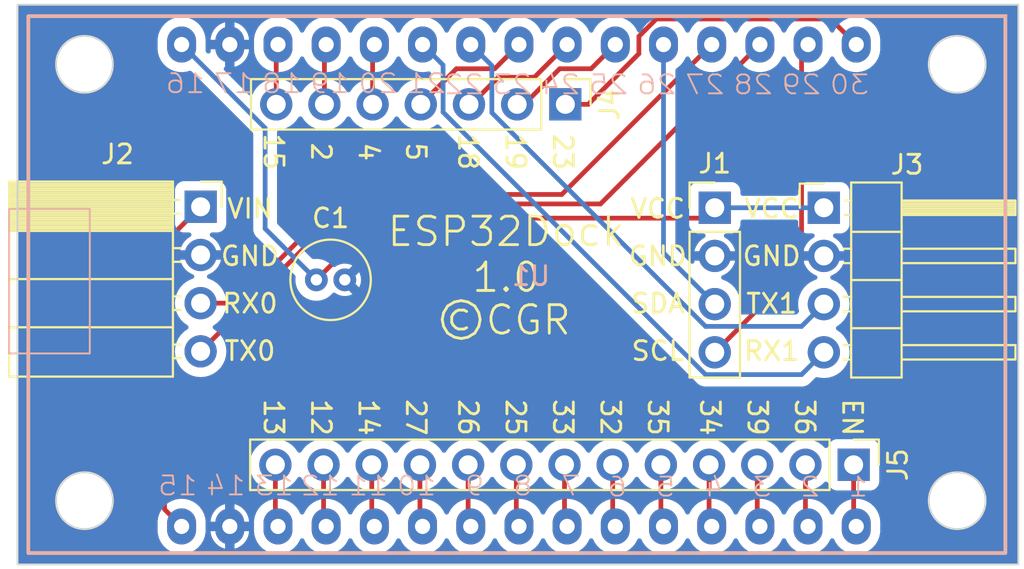
<source format=kicad_pcb>
(kicad_pcb (version 20221018) (generator pcbnew)
  (layers (0 "F.Cu" signal) (31 "B.Cu" signal) (34 "B.Paste" user) (35 "F.Paste" user) (36 "B.SilkS" user "B.Silkscreen") (37 "F.SilkS" user "F.Silkscreen") (38 "B.Mask" user) (39 "F.Mask" user) (44 "Edge.Cuts" user))
  (net 0 "")
  (net 1 "/VCC")
  (net 2 "/GND")
  (net 3 "/SDA")
  (net 4 "/SCL")
  (net 5 "/VIN")
  (net 6 "/TX0")
  (net 7 "/RX0")
  (net 8 "/TX1")
  (net 9 "/RX1")
  (net 10 "/GPIO23")
  (net 11 "/GPIO19")
  (net 12 "/GPIO18")
  (net 13 "/GPIO5")
  (net 14 "/GPIO4")
  (net 15 "/GPIO2")
  (net 16 "/GPIO15")
  (net 17 "/EN")
  (net 18 "/GPIO36")
  (net 19 "/GPIO39")
  (net 20 "/GPIO34")
  (net 21 "/GPIO35")
  (net 22 "/GPIO32")
  (net 23 "/GPIO33")
  (net 24 "/GPIO25")
  (net 25 "/GPIO26")
  (net 26 "/GPIO27")
  (net 27 "/GPIO14")
  (net 28 "/GPIO12")
  (net 29 "/GPIO13")
  (footprint "Connector_PinHeader_2.54mm:PinHeader_1x13_P2.54mm_Vertical" (layer "F.Cu") (at 103.32 56.5 -90)
    (fp_text reference "J5" (at 0 -2.33 -90) (layer "F.SilkS"))
    (fp_text value "Conn_01x13")
    (fp_line (start -1.33 -1.33) (end 0 -1.33) (stroke (width 0.12)) (layer "F.SilkS"))
    (fp_line (start -1.33 0) (end -1.33 -1.33) (stroke (width 0.12)) (layer "F.SilkS"))
    (fp_line (start -1.33 1.27) (end -1.33 31.81) (stroke (width 0.12)) (layer "F.SilkS"))
    (fp_line (start -1.33 1.27) (end 1.33 1.27) (stroke (width 0.12)) (layer "F.SilkS"))
    (fp_line (start -1.33 31.81) (end 1.33 31.81) (stroke (width 0.12)) (layer "F.SilkS"))
    (fp_line (start 1.33 1.27) (end 1.33 31.81) (stroke (width 0.12)) (layer "F.SilkS"))
    (pad "1" thru_hole rect (at 0 0 270) (size 1.7 1.7) (drill 1) (layers "*.Cu" "*.Mask") (net 17 "/EN"))
    (pad "2" thru_hole oval (at 0 2.54 270) (size 1.7 1.7) (drill 1) (layers "*.Cu" "*.Mask") (net 18 "/GPIO36"))
    (pad "3" thru_hole oval (at 0 5.08 270) (size 1.7 1.7) (drill 1) (layers "*.Cu" "*.Mask") (net 19 "/GPIO39"))
    (pad "4" thru_hole oval (at 0 7.62 270) (size 1.7 1.7) (drill 1) (layers "*.Cu" "*.Mask") (net 20 "/GPIO34"))
    (pad "5" thru_hole oval (at 0 10.16 270) (size 1.7 1.7) (drill 1) (layers "*.Cu" "*.Mask") (net 21 "/GPIO35"))
    (pad "6" thru_hole oval (at 0 12.7 270) (size 1.7 1.7) (drill 1) (layers "*.Cu" "*.Mask") (net 22 "/GPIO32"))
    (pad "7" thru_hole oval (at 0 15.24 270) (size 1.7 1.7) (drill 1) (layers "*.Cu" "*.Mask") (net 23 "/GPIO33"))
    (pad "8" thru_hole oval (at 0 17.78 270) (size 1.7 1.7) (drill 1) (layers "*.Cu" "*.Mask") (net 24 "/GPIO25"))
    (pad "9" thru_hole oval (at 0 20.32 270) (size 1.7 1.7) (drill 1) (layers "*.Cu" "*.Mask") (net 25 "/GPIO26"))
    (pad "10" thru_hole oval (at 0 22.86 270) (size 1.7 1.7) (drill 1) (layers "*.Cu" "*.Mask") (net 26 "/GPIO27"))
    (pad "11" thru_hole oval (at 0 25.4 270) (size 1.7 1.7) (drill 1) (layers "*.Cu" "*.Mask") (net 27 "/GPIO14"))
    (pad "12" thru_hole oval (at 0 27.94 270) (size 1.7 1.7) (drill 1) (layers "*.Cu" "*.Mask") (net 28 "/GPIO12"))
    (pad "13" thru_hole oval (at 0 30.48 270) (size 1.7 1.7) (drill 1) (layers "*.Cu" "*.Mask") (net 29 "/GPIO13"))
  )
  (footprint "Connector_PinHeader_2.54mm:PinHeader_1x04_P2.54mm_Horizontal" (layer "F.Cu") (at 101.75 42.95)
    (fp_text reference "J3" (at 4.385 -2.27) (layer "F.SilkS"))
    (fp_text value "Conn_01x04")
    (fp_line (start -1.27 -1.27) (end 0 -1.27) (stroke (width 0.12)) (layer "F.SilkS"))
    (fp_line (start -1.27 0) (end -1.27 -1.27) (stroke (width 0.12)) (layer "F.SilkS"))
    (fp_line (start 1.042929 2.16) (end 1.44 2.16) (stroke (width 0.12)) (layer "F.SilkS"))
    (fp_line (start 1.042929 2.92) (end 1.44 2.92) (stroke (width 0.12)) (layer "F.SilkS"))
    (fp_line (start 1.042929 4.7) (end 1.44 4.7) (stroke (width 0.12)) (layer "F.SilkS"))
    (fp_line (start 1.042929 5.46) (end 1.44 5.46) (stroke (width 0.12)) (layer "F.SilkS"))
    (fp_line (start 1.042929 7.24) (end 1.44 7.24) (stroke (width 0.12)) (layer "F.SilkS"))
    (fp_line (start 1.042929 8) (end 1.44 8) (stroke (width 0.12)) (layer "F.SilkS"))
    (fp_line (start 1.11 -0.38) (end 1.44 -0.38) (stroke (width 0.12)) (layer "F.SilkS"))
    (fp_line (start 1.11 0.38) (end 1.44 0.38) (stroke (width 0.12)) (layer "F.SilkS"))
    (fp_line (start 1.44 -1.33) (end 1.44 8.95) (stroke (width 0.12)) (layer "F.SilkS"))
    (fp_line (start 1.44 1.27) (end 4.1 1.27) (stroke (width 0.12)) (layer "F.SilkS"))
    (fp_line (start 1.44 3.81) (end 4.1 3.81) (stroke (width 0.12)) (layer "F.SilkS"))
    (fp_line (start 1.44 6.35) (end 4.1 6.35) (stroke (width 0.12)) (layer "F.SilkS"))
    (fp_line (start 1.44 8.95) (end 4.1 8.95) (stroke (width 0.12)) (layer "F.SilkS"))
    (fp_line (start 4.1 -1.33) (end 1.44 -1.33) (stroke (width 0.12)) (layer "F.SilkS"))
    (fp_line (start 4.1 -0.38) (end 10.1 -0.38) (stroke (width 0.12)) (layer "F.SilkS"))
    (fp_line (start 4.1 -0.32) (end 10.1 -0.32) (stroke (width 0.12)) (layer "F.SilkS"))
    (fp_line (start 4.1 -0.2) (end 10.1 -0.2) (stroke (width 0.12)) (layer "F.SilkS"))
    (fp_line (start 4.1 -0.08) (end 10.1 -0.08) (stroke (width 0.12)) (layer "F.SilkS"))
    (fp_line (start 4.1 0.04) (end 10.1 0.04) (stroke (width 0.12)) (layer "F.SilkS"))
    (fp_line (start 4.1 0.16) (end 10.1 0.16) (stroke (width 0.12)) (layer "F.SilkS"))
    (fp_line (start 4.1 0.28) (end 10.1 0.28) (stroke (width 0.12)) (layer "F.SilkS"))
    (fp_line (start 4.1 2.16) (end 10.1 2.16) (stroke (width 0.12)) (layer "F.SilkS"))
    (fp_line (start 4.1 4.7) (end 10.1 4.7) (stroke (width 0.12)) (layer "F.SilkS"))
    (fp_line (start 4.1 7.24) (end 10.1 7.24) (stroke (width 0.12)) (layer "F.SilkS"))
    (fp_line (start 4.1 8.95) (end 4.1 -1.33) (stroke (width 0.12)) (layer "F.SilkS"))
    (fp_line (start 10.1 -0.38) (end 10.1 0.38) (stroke (width 0.12)) (layer "F.SilkS"))
    (fp_line (start 10.1 0.38) (end 4.1 0.38) (stroke (width 0.12)) (layer "F.SilkS"))
    (fp_line (start 10.1 2.16) (end 10.1 2.92) (stroke (width 0.12)) (layer "F.SilkS"))
    (fp_line (start 10.1 2.92) (end 4.1 2.92) (stroke (width 0.12)) (layer "F.SilkS"))
    (fp_line (start 10.1 4.7) (end 10.1 5.46) (stroke (width 0.12)) (layer "F.SilkS"))
    (fp_line (start 10.1 5.46) (end 4.1 5.46) (stroke (width 0.12)) (layer "F.SilkS"))
    (fp_line (start 10.1 7.24) (end 10.1 8) (stroke (width 0.12)) (layer "F.SilkS"))
    (fp_line (start 10.1 8) (end 4.1 8) (stroke (width 0.12)) (layer "F.SilkS"))
    (pad "1" thru_hole rect (at 0 0) (size 1.7 1.7) (drill 1) (layers "*.Cu" "*.Mask") (net 1 "/VCC"))
    (pad "2" thru_hole oval (at 0 2.54) (size 1.7 1.7) (drill 1) (layers "*.Cu" "*.Mask") (net 2 "/GND"))
    (pad "3" thru_hole oval (at 0 5.08) (size 1.7 1.7) (drill 1) (layers "*.Cu" "*.Mask") (net 8 "/TX1"))
    (pad "4" thru_hole oval (at 0 7.62) (size 1.7 1.7) (drill 1) (layers "*.Cu" "*.Mask") (net 9 "/RX1"))
  )
  (footprint "Connector_PinHeader_2.54mm:PinHeader_1x07_P2.54mm_Vertical" (layer "F.Cu") (at 88.125 37.5 -90)
    (fp_text reference "J4" (at 0 -2.33 -90) (layer "F.SilkS"))
    (fp_text value "Conn_01x07")
    (fp_line (start -1.33 -1.33) (end 0 -1.33) (stroke (width 0.12)) (layer "F.SilkS"))
    (fp_line (start -1.33 0) (end -1.33 -1.33) (stroke (width 0.12)) (layer "F.SilkS"))
    (fp_line (start -1.33 1.27) (end -1.33 16.57) (stroke (width 0.12)) (layer "F.SilkS"))
    (fp_line (start -1.33 1.27) (end 1.33 1.27) (stroke (width 0.12)) (layer "F.SilkS"))
    (fp_line (start -1.33 16.57) (end 1.33 16.57) (stroke (width 0.12)) (layer "F.SilkS"))
    (fp_line (start 1.33 1.27) (end 1.33 16.57) (stroke (width 0.12)) (layer "F.SilkS"))
    (pad "1" thru_hole rect (at 0 0 270) (size 1.7 1.7) (drill 1) (layers "*.Cu" "*.Mask") (net 10 "/GPIO23"))
    (pad "2" thru_hole oval (at 0 2.54 270) (size 1.7 1.7) (drill 1) (layers "*.Cu" "*.Mask") (net 11 "/GPIO19"))
    (pad "3" thru_hole oval (at 0 5.08 270) (size 1.7 1.7) (drill 1) (layers "*.Cu" "*.Mask") (net 12 "/GPIO18"))
    (pad "4" thru_hole oval (at 0 7.62 270) (size 1.7 1.7) (drill 1) (layers "*.Cu" "*.Mask") (net 13 "/GPIO5"))
    (pad "5" thru_hole oval (at 0 10.16 270) (size 1.7 1.7) (drill 1) (layers "*.Cu" "*.Mask") (net 14 "/GPIO4"))
    (pad "6" thru_hole oval (at 0 12.7 270) (size 1.7 1.7) (drill 1) (layers "*.Cu" "*.Mask") (net 15 "/GPIO2"))
    (pad "7" thru_hole oval (at 0 15.24 270) (size 1.7 1.7) (drill 1) (layers "*.Cu" "*.Mask") (net 16 "/GPIO15"))
  )
  (footprint "Connector_PinSocket_2.54mm:PinSocket_1x04_P2.54mm_Horizontal" (layer "F.Cu") (at 68.9 42.9)
    (fp_text reference "J2" (at -4.38 -2.77) (layer "F.SilkS"))
    (fp_text value "Conn_01x04")
    (fp_line (start -10.09 -1.33) (end -10.09 8.95) (stroke (width 0.12)) (layer "F.SilkS"))
    (fp_line (start -10.09 -1.33) (end -1.46 -1.33) (stroke (width 0.12)) (layer "F.SilkS"))
    (fp_line (start -10.09 -1.21) (end -1.46 -1.21) (stroke (width 0.12)) (layer "F.SilkS"))
    (fp_line (start -10.09 -1.091905) (end -1.46 -1.091905) (stroke (width 0.12)) (layer "F.SilkS"))
    (fp_line (start -10.09 -0.97381) (end -1.46 -0.97381) (stroke (width 0.12)) (layer "F.SilkS"))
    (fp_line (start -10.09 -0.855715) (end -1.46 -0.855715) (stroke (width 0.12)) (layer "F.SilkS"))
    (fp_line (start -10.09 -0.73762) (end -1.46 -0.73762) (stroke (width 0.12)) (layer "F.SilkS"))
    (fp_line (start -10.09 -0.619525) (end -1.46 -0.619525) (stroke (width 0.12)) (layer "F.SilkS"))
    (fp_line (start -10.09 -0.50143) (end -1.46 -0.50143) (stroke (width 0.12)) (layer "F.SilkS"))
    (fp_line (start -10.09 -0.383335) (end -1.46 -0.383335) (stroke (width 0.12)) (layer "F.SilkS"))
    (fp_line (start -10.09 -0.26524) (end -1.46 -0.26524) (stroke (width 0.12)) (layer "F.SilkS"))
    (fp_line (start -10.09 -0.147145) (end -1.46 -0.147145) (stroke (width 0.12)) (layer "F.SilkS"))
    (fp_line (start -10.09 -0.02905) (end -1.46 -0.02905) (stroke (width 0.12)) (layer "F.SilkS"))
    (fp_line (start -10.09 0.089045) (end -1.46 0.089045) (stroke (width 0.12)) (layer "F.SilkS"))
    (fp_line (start -10.09 0.20714) (end -1.46 0.20714) (stroke (width 0.12)) (layer "F.SilkS"))
    (fp_line (start -10.09 0.325235) (end -1.46 0.325235) (stroke (width 0.12)) (layer "F.SilkS"))
    (fp_line (start -10.09 0.44333) (end -1.46 0.44333) (stroke (width 0.12)) (layer "F.SilkS"))
    (fp_line (start -10.09 0.561425) (end -1.46 0.561425) (stroke (width 0.12)) (layer "F.SilkS"))
    (fp_line (start -10.09 0.67952) (end -1.46 0.67952) (stroke (width 0.12)) (layer "F.SilkS"))
    (fp_line (start -10.09 0.797615) (end -1.46 0.797615) (stroke (width 0.12)) (layer "F.SilkS"))
    (fp_line (start -10.09 0.91571) (end -1.46 0.91571) (stroke (width 0.12)) (layer "F.SilkS"))
    (fp_line (start -10.09 1.033805) (end -1.46 1.033805) (stroke (width 0.12)) (layer "F.SilkS"))
    (fp_line (start -10.09 1.1519) (end -1.46 1.1519) (stroke (width 0.12)) (layer "F.SilkS"))
    (fp_line (start -10.09 1.27) (end -1.46 1.27) (stroke (width 0.12)) (layer "F.SilkS"))
    (fp_line (start -10.09 3.81) (end -1.46 3.81) (stroke (width 0.12)) (layer "F.SilkS"))
    (fp_line (start -10.09 6.35) (end -1.46 6.35) (stroke (width 0.12)) (layer "F.SilkS"))
    (fp_line (start -10.09 8.95) (end -1.46 8.95) (stroke (width 0.12)) (layer "F.SilkS"))
    (fp_line (start -1.46 -1.33) (end -1.46 8.95) (stroke (width 0.12)) (layer "F.SilkS"))
    (fp_line (start -1.46 -0.36) (end -1.11 -0.36) (stroke (width 0.12)) (layer "F.SilkS"))
    (fp_line (start -1.46 0.36) (end -1.11 0.36) (stroke (width 0.12)) (layer "F.SilkS"))
    (fp_line (start -1.46 2.18) (end -1.05 2.18) (stroke (width 0.12)) (layer "F.SilkS"))
    (fp_line (start -1.46 2.9) (end -1.05 2.9) (stroke (width 0.12)) (layer "F.SilkS"))
    (fp_line (start -1.46 4.72) (end -1.05 4.72) (stroke (width 0.12)) (layer "F.SilkS"))
    (fp_line (start -1.46 5.44) (end -1.05 5.44) (stroke (width 0.12)) (layer "F.SilkS"))
    (fp_line (start -1.46 7.26) (end -1.05 7.26) (stroke (width 0.12)) (layer "F.SilkS"))
    (fp_line (start -1.46 7.98) (end -1.05 7.98) (stroke (width 0.12)) (layer "F.SilkS"))
    (fp_line (start 0 -1.33) (end 1.11 -1.33) (stroke (width 0.12)) (layer "F.SilkS"))
    (fp_line (start 1.11 -1.33) (end 1.11 0) (stroke (width 0.12)) (layer "F.SilkS"))
    (pad "1" thru_hole rect (at 0 0) (size 1.7 1.7) (drill 1) (layers "*.Cu" "*.Mask") (net 5 "/VIN"))
    (pad "2" thru_hole oval (at 0 2.54) (size 1.7 1.7) (drill 1) (layers "*.Cu" "*.Mask") (net 2 "/GND"))
    (pad "3" thru_hole oval (at 0 5.08) (size 1.7 1.7) (drill 1) (layers "*.Cu" "*.Mask") (net 7 "/RX0"))
    (pad "4" thru_hole oval (at 0 7.62) (size 1.7 1.7) (drill 1) (layers "*.Cu" "*.Mask") (net 6 "/TX0"))
  )
  (footprint "Capacitor_THT:C_Radial_D4.0mm_H5.0mm_P1.50mm" (layer "F.Cu") (at 75 46.75)
    (fp_text reference "C1" (at 0.75 -3.25) (layer "F.SilkS"))
    (fp_text value "100uF")
    (fp_circle (center 0.75 0) (end 2.87 0) (stroke (width 0.12)) (fill none) (layer "F.SilkS"))
    (pad "1" thru_hole circle (at 0 0) (size 1.2 1.2) (drill 0.6) (layers "*.Cu" "*.Mask") (net 1 "/VCC"))
    (pad "2" thru_hole circle (at 1.5 0) (size 1.2 1.2) (drill 0.6) (layers "*.Cu" "*.Mask") (net 2 "/GND"))
  )
  (footprint "Connector_PinHeader_2.54mm:PinHeader_1x04_P2.54mm_Vertical" (layer "F.Cu") (at 96 42.95)
    (fp_text reference "J1" (at 0 -2.33) (layer "F.SilkS"))
    (fp_text value "Conn_01x04")
    (fp_line (start -1.33 -1.33) (end 0 -1.33) (stroke (width 0.12)) (layer "F.SilkS"))
    (fp_line (start -1.33 0) (end -1.33 -1.33) (stroke (width 0.12)) (layer "F.SilkS"))
    (fp_line (start -1.33 1.27) (end -1.33 8.95) (stroke (width 0.12)) (layer "F.SilkS"))
    (fp_line (start -1.33 1.27) (end 1.33 1.27) (stroke (width 0.12)) (layer "F.SilkS"))
    (fp_line (start -1.33 8.95) (end 1.33 8.95) (stroke (width 0.12)) (layer "F.SilkS"))
    (fp_line (start 1.33 1.27) (end 1.33 8.95) (stroke (width 0.12)) (layer "F.SilkS"))
    (pad "1" thru_hole rect (at 0 0) (size 1.7 1.7) (drill 1) (layers "*.Cu" "*.Mask") (net 1 "/VCC"))
    (pad "2" thru_hole oval (at 0 2.54) (size 1.7 1.7) (drill 1) (layers "*.Cu" "*.Mask") (net 2 "/GND"))
    (pad "3" thru_hole oval (at 0 5.08) (size 1.7 1.7) (drill 1) (layers "*.Cu" "*.Mask") (net 3 "/SDA"))
    (pad "4" thru_hole oval (at 0 7.62) (size 1.7 1.7) (drill 1) (layers "*.Cu" "*.Mask") (net 4 "/SCL"))
  )
  (footprint "ESP32:ESP32_30pin" (layer "B.Cu") (at 85.917911 46.82 180)
    (fp_text reference "U1" (at -0.395187 0.27246 unlocked) (layer "B.SilkS") (effects (justify mirror)))
    (fp_text value "~")
    (fp_text user "25" (at -5.596175 9.77359 unlocked) (layer "B.SilkS") (effects (font (size 1 1.1) (thickness 0.1)) (justify left bottom mirror)))
    (fp_text user "4" (at -10.612504 -11.429083 unlocked) (layer "B.SilkS") (effects (font (size 1 1.1) (thickness 0.1)) (justify left bottom mirror)))
    (fp_text user "19" (at 9.095525 9.834583 unlocked) (layer "B.SilkS") (effects (font (size 1 1.1) (thickness 0.1)) (justify left bottom mirror)))
    (fp_text user "30" (at -18.296175 9.77359 unlocked) (layer "B.SilkS") (effects (font (size 1 1.1) (thickness 0.1)) (justify left bottom mirror)))
    (fp_text user "5" (at -8.072504 -11.429083 unlocked) (layer "B.SilkS") (effects (font (size 1 1.1) (thickness 0.1)) (justify left bottom mirror)))
    (fp_text user "18" (at 11.635525 9.834583 unlocked) (layer "B.SilkS") (effects (font (size 1 1.1) (thickness 0.1)) (justify left bottom mirror)))
    (fp_text user "28" (at -13.216175 9.77359 unlocked) (layer "B.SilkS") (effects (font (size 1 1.1) (thickness 0.1)) (justify left bottom mirror)))
    (fp_text user "15" (at 17.114602 -11.368478 unlocked) (layer "B.SilkS") (effects (font (size 1 1.1) (thickness 0.1)) (justify left bottom mirror)))
    (fp_text user "11" (at 7.066542 -11.373831 unlocked) (layer "B.SilkS") (effects (font (size 1 1.1) (thickness 0.1)) (justify left bottom mirror)))
    (fp_text user "10" (at 4.526542 -11.373831 unlocked) (layer "B.SilkS") (effects (font (size 1 1.1) (thickness 0.1)) (justify left bottom mirror)))
    (fp_text user "17" (at 14.175525 9.834583 unlocked) (layer "B.SilkS") (effects (font (size 1 1.1) (thickness 0.1)) (justify left bottom mirror)))
    (fp_text user "14" (at 14.574602 -11.368478 unlocked) (layer "B.SilkS") (effects (font (size 1 1.1) (thickness 0.1)) (justify left bottom mirror)))
    (fp_text user "23" (at -0.516175 9.77359 unlocked) (layer "B.SilkS") (effects (font (size 1 1.1) (thickness 0.1)) (justify left bottom mirror)))
    (fp_text user "8" (at -0.553458 -11.373831 unlocked) (layer "B.SilkS") (effects (font (size 1 1.1) (thickness 0.1)) (justify left bottom mirror)))
    (fp_text user "12" (at 9.606542 -11.373831 unlocked) (layer "B.SilkS") (effects (font (size 1 1.1) (thickness 0.1)) (justify left bottom mirror)))
    (fp_text user "20" (at 6.555525 9.834583 unlocked) (layer "B.SilkS") (effects (font (size 1 1.1) (thickness 0.1)) (justify left bottom mirror)))
    (fp_text user "26" (at -8.136175 9.77359 unlocked) (layer "B.SilkS") (effects (font (size 1 1.1) (thickness 0.1)) (justify left bottom mirror)))
    (fp_text user "29" (at -15.756175 9.77359 unlocked) (layer "B.SilkS") (effects (font (size 1 1.1) (thickness 0.1)) (justify left bottom mirror)))
    (fp_text user "21" (at 4.015525 9.834583 unlocked) (layer "B.SilkS") (effects (font (size 1 1.1) (thickness 0.1)) (justify left bottom mirror)))
    (fp_text user "7" (at -3.093458 -11.373831 unlocked) (layer "B.SilkS") (effects (font (size 1 1.1) (thickness 0.1)) (justify left bottom mirror)))
    (fp_text user "22" (at 2.023825 9.77359 unlocked) (layer "B.SilkS") (effects (font (size 1 1.1) (thickness 0.1)) (justify left bottom mirror)))
    (fp_text user "27" (at -10.676175 9.77359 unlocked) (layer "B.SilkS") (effects (font (size 1 1.1) (thickness 0.1)) (justify left bottom mirror)))
    (fp_text user "13" (at 12.034602 -11.368478 unlocked) (layer "B.SilkS") (effects (font (size 1 1.1) (thickness 0.1)) (justify left bottom mirror)))
    (fp_text user "24" (at -3.056175 9.77359 unlocked) (layer "B.SilkS") (effects (font (size 1 1.1) (thickness 0.1)) (justify left bottom mirror)))
    (fp_text user "2" (at -15.692504 -11.429083 unlocked) (layer "B.SilkS") (effects (font (size 1 1.1) (thickness 0.1)) (justify left bottom mirror)))
    (fp_text user "6" (at -5.532504 -11.429083 unlocked) (layer "B.SilkS") (effects (font (size 1 1.1) (thickness 0.1)) (justify left bottom mirror)))
    (fp_text user "1" (at -18.232504 -11.429083 unlocked) (layer "B.SilkS") (effects (font (size 1 1.1) (thickness 0.1)) (justify left bottom mirror)))
    (fp_text user "16" (at 16.715525 9.834583 unlocked) (layer "B.SilkS") (effects (font (size 1 1.1) (thickness 0.1)) (justify left bottom mirror)))
    (fp_text user "3" (at -13.152504 -11.429083 unlocked) (layer "B.SilkS") (effects (font (size 1 1.1) (thickness 0.1)) (justify left bottom mirror)))
    (fp_text user "9" (at 1.986542 -11.373831 unlocked) (layer "B.SilkS") (effects (font (size 1 1.1) (thickness 0.1)) (justify left bottom mirror)))
    (fp_rect (start -25.4 13.97) (end 26.1 -14.33) (stroke (width 0.2)) (fill none) (layer "B.SilkS"))
    (fp_rect (start 22.86 3.81) (end 27.114179 -3.81) (stroke (width 0.1)) (fill none) (layer "B.SilkS"))
    (fp_circle (center -22.86 -11.57) (end -21.36 -11.57) (stroke (width 0.1)) (fill none) (layer "Edge.Cuts"))
    (fp_circle (center -22.86 11.43) (end -21.36 11.43) (stroke (width 0.1)) (fill none) (layer "Edge.Cuts"))
    (fp_circle (center 23.14 -11.57) (end 24.64 -11.57) (stroke (width 0.1)) (fill none) (layer "Edge.Cuts"))
    (fp_circle (center 23.14 11.43) (end 24.64 11.43) (stroke (width 0.1)) (fill none) (layer "Edge.Cuts"))
    (pad "1" thru_hole oval (at -17.540187 -12.92754 180) (size 1.524 1.9) (drill 0.8) (layers "*.Cu" "*.Mask") (net 17 "/EN"))
    (pad "2" thru_hole oval (at -15.000187 -12.92754 180) (size 1.524 1.9) (drill 0.8) (layers "*.Cu" "*.Mask") (net 18 "/GPIO36"))
    (pad "3" thru_hole oval (at -12.460187 -12.92754 180) (size 1.524 1.9) (drill 0.8) (layers "*.Cu" "*.Mask") (net 19 "/GPIO39"))
    (pad "4" thru_hole oval (at -9.920187 -12.92754 180) (size 1.524 1.9) (drill 0.8) (layers "*.Cu" "*.Mask") (net 20 "/GPIO34"))
    (pad "5" thru_hole oval (at -7.380187 -12.92754 180) (size 1.524 1.9) (drill 0.8) (layers "*.Cu" "*.Mask") (net 21 "/GPIO35"))
    (pad "6" thru_hole oval (at -4.840187 -12.92754 180) (size 1.524 1.9) (drill 0.8) (layers "*.Cu" "*.Mask") (net 22 "/GPIO32"))
    (pad "7" thru_hole oval (at -2.300187 -12.92754 180) (size 1.524 1.9) (drill 0.8) (layers "*.Cu" "*.Mask") (net 23 "/GPIO33"))
    (pad "8" thru_hole oval (at 0.239813 -12.92754 180) (size 1.524 1.9) (drill 0.8) (layers "*.Cu" "*.Mask") (net 24 "/GPIO25"))
    (pad "9" thru_hole oval (at 2.779813 -12.92754 180) (size 1.524 1.9) (drill 0.8) (layers "*.Cu" "*.Mask") (net 25 "/GPIO26"))
    (pad "10" thru_hole oval (at 5.319813 -12.92754 180) (size 1.524 1.9) (drill 0.8) (layers "*.Cu" "*.Mask") (net 26 "/GPIO27"))
    (pad "11" thru_hole oval (at 7.859813 -12.92754 180) (size 1.524 1.9) (drill 0.8) (layers "*.Cu" "*.Mask") (net 27 "/GPIO14"))
    (pad "12" thru_hole oval (at 10.399813 -12.92754 180) (size 1.524 1.9) (drill 0.8) (layers "*.Cu" "*.Mask") (net 28 "/GPIO12"))
    (pad "13" thru_hole oval (at 12.939813 -12.92754 180) (size 1.524 1.9) (drill 0.8) (layers "*.Cu" "*.Mask") (net 29 "/GPIO13"))
    (pad "14" thru_hole oval (at 15.479813 -12.92754 180) (size 1.524 1.9) (drill 0.8) (layers "*.Cu" "*.Mask") (net 2 "/GND"))
    (pad "15" thru_hole oval (at 18.019813 -12.92754 180) (size 1.524 1.9) (drill 0.8) (layers "*.Cu" "*.Mask") (net 5 "/VIN"))
    (pad "16" thru_hole oval (at 18.019813 12.47246 180) (size 1.524 1.9) (drill 0.8) (layers "*.Cu" "*.Mask") (net 1 "/VCC"))
    (pad "17" thru_hole oval (at 15.479813 12.47246 180) (size 1.524 1.9) (drill 0.8) (layers "*.Cu" "*.Mask") (net 2 "/GND"))
    (pad "18" thru_hole oval (at 12.939813 12.47246 180) (size 1.524 1.9) (drill 0.8) (layers "*.Cu" "*.Mask") (net 16 "/GPIO15"))
    (pad "19" thru_hole oval (at 10.399813 12.47246 180) (size 1.524 1.9) (drill 0.8) (layers "*.Cu" "*.Mask") (net 15 "/GPIO2"))
    (pad "20" thru_hole oval (at 7.859813 12.47246 180) (size 1.524 1.9) (drill 0.8) (layers "*.Cu" "*.Mask") (net 14 "/GPIO4"))
    (pad "21" thru_hole oval (at 5.319813 12.47246 180) (size 1.524 1.9) (drill 0.8) (layers "*.Cu" "*.Mask") (net 9 "/RX1"))
    (pad "22" thru_hole oval (at 2.779813 12.47246 180) (size 1.524 1.9) (drill 0.8) (layers "*.Cu" "*.Mask") (net 8 "/TX1"))
    (pad "23" thru_hole oval (at 0.239813 12.47246 180) (size 1.524 1.9) (drill 0.8) (layers "*.Cu" "*.Mask") (net 13 "/GPIO5"))
    (pad "24" thru_hole oval (at -2.300187 12.47246 180) (size 1.524 1.9) (drill 0.8) (layers "*.Cu" "*.Mask") (net 12 "/GPIO18"))
    (pad "25" thru_hole oval (at -4.840187 12.47246 180) (size 1.524 1.9) (drill 0.8) (layers "*.Cu" "*.Mask") (net 11 "/GPIO19"))
    (pad "26" thru_hole oval (at -7.380187 12.47246 180) (size 1.524 1.9) (drill 0.8) (layers "*.Cu" "*.Mask") (net 3 "/SDA"))
    (pad "27" thru_hole oval (at -9.920187 12.47246 180) (size 1.524 1.9) (drill 0.8) (layers "*.Cu" "*.Mask") (net 7 "/RX0"))
    (pad "28" thru_hole oval (at -12.460187 12.47246 180) (size 1.524 1.9) (drill 0.8) (layers "*.Cu" "*.Mask") (net 6 "/TX0"))
    (pad "29" thru_hole oval (at -15.000187 12.47246 180) (size 1.524 1.9) (drill 0.8) (layers "*.Cu" "*.Mask") (net 4 "/SCL"))
    (pad "30" thru_hole oval (at -17.540187 12.47246 180) (size 1.524 1.9) (drill 0.8) (layers "*.Cu" "*.Mask") (net 10 "/GPIO23"))
  )
  (gr_rect (start 59.25 32.25) (end 112 61.75) (stroke (width 0.1)) (fill none) (layer "Edge.Cuts"))
  (gr_text "TX0" (at 71.5 50.5) (layer "F.SilkS") (effects (font (size 1 1))))
  (gr_text "19" (at 85.5 40 270) (layer "F.SilkS") (effects (font (size 1 1))))
  (gr_text "GND" (at 93 45.5) (layer "F.SilkS") (effects (font (size 1 1))))
  (gr_text "35" (at 93 54 270) (layer "F.SilkS") (effects (font (size 1 1))))
  (gr_text "GND" (at 99 45.5) (layer "F.SilkS") (effects (font (size 1 1))))
  (gr_text "27" (at 80.25 54 270) (layer "F.SilkS") (effects (font (size 1 1))))
  (gr_text "34" (at 95.75 54 270) (layer "F.SilkS") (effects (font (size 1 1))))
  (gr_text "18" (at 83 40 270) (layer "F.SilkS") (effects (font (size 1 1))))
  (gr_text "VCC" (at 93 43) (layer "F.SilkS") (effects (font (size 1 1))))
  (gr_text "GND" (at 71.5 45.5) (layer "F.SilkS") (effects (font (size 1 1))))
  (gr_text "SDA" (at 93 48) (layer "F.SilkS") (effects (font (size 1 1))))
  (gr_text "32" (at 90.5 54 270) (layer "F.SilkS") (effects (font (size 1 1))))
  (gr_text "TX1" (at 99 48) (layer "F.SilkS") (effects (font (size 1 1))))
  (gr_text "VCC" (at 99 43) (layer "F.SilkS") (effects (font (size 1 1))))
  (gr_text "39" (at 98.25 54 270) (layer "F.SilkS") (effects (font (size 1 1))))
  (gr_text "33" (at 88 54 270) (layer "F.SilkS") (effects (font (size 1 1))))
  (gr_text "SCL" (at 93 50.5) (layer "F.SilkS") (effects (font (size 1 1))))
  (gr_text "15" (at 72.75 40 270) (layer "F.SilkS") (effects (font (size 1 1))))
  (gr_text "©CGR" (at 81.25 49.75) (layer "F.SilkS") (effects (font (size 1.5 1.5)) (justify left bottom)))
  (gr_text "5" (at 80.25 40 270) (layer "F.SilkS") (effects (font (size 1 1))))
  (gr_text "25" (at 85.5 54 270) (layer "F.SilkS") (effects (font (size 1 1))))
  (gr_text "ESP32Dock\n1.0" (at 85 47.5) (layer "F.SilkS") (effects (font (size 1.5 1.5)) (justify bottom)))
  (gr_text "2" (at 75.25 40 270) (layer "F.SilkS") (effects (font (size 1 1))))
  (gr_text "36" (at 100.75 54 270) (layer "F.SilkS") (effects (font (size 1 1))))
  (gr_text "23" (at 88 40 270) (layer "F.SilkS") (effects (font (size 1 1))))
  (gr_text "26" (at 83 54 270) (layer "F.SilkS") (effects (font (size 1 1))))
  (gr_text "4" (at 77.75 40 270) (layer "F.SilkS") (effects (font (size 1 1))))
  (gr_text "VIN" (at 71.5 43) (layer "F.SilkS") (effects (font (size 1 1))))
  (gr_text "13" (at 72.75 54 270) (layer "F.SilkS") (effects (font (size 1 1))))
  (gr_text "RX0" (at 71.5 48) (layer "F.SilkS") (effects (font (size 1 1))))
  (gr_text "14" (at 77.75 54 270) (layer "F.SilkS") (effects (font (size 1 1))))
  (gr_text "EN" (at 103.25 54 -90) (layer "F.SilkS") (effects (font (size 1 1))))
  (gr_text "12" (at 75.25 54 270) (layer "F.SilkS") (effects (font (size 1 1))))
  (gr_text "RX1" (at 99 50.5) (layer "F.SilkS") (effects (font (size 1 1))))
  (segment (start 78.25 43.5) (end 95.45 43.5) (width 0.25) (layer "F.Cu") (net 1))
  (segment (start 95.45 43.5) (end 96 42.95) (width 0.25) (layer "F.Cu") (net 1))
  (segment (start 75 46.75) (end 78.25 43.5) (width 0.25) (layer "F.Cu") (net 1))
  (segment (start 67.898098 34.34754) (end 72.300558 38.75) (width 0.25) (layer "B.Cu") (net 1))
  (segment (start 72.300558 38.75) (end 72.300558 44.050558) (width 0.25) (layer "B.Cu") (net 1))
  (segment (start 72.300558 44.050558) (end 75 46.75) (width 0.25) (layer "B.Cu") (net 1))
  (segment (start 96 42.95) (end 101.75 42.95) (width 0.25) (layer "B.Cu") (net 1))
  (segment (start 93.298098 45.328098) (end 96 48.03) (width 0.25) (layer "B.Cu") (net 3))
  (segment (start 93.298098 34.34754) (end 93.298098 45.328098) (width 0.25) (layer "B.Cu") (net 3))
  (segment (start 100.575 34.690638) (end 100.918098 34.34754) (width 0.25) (layer "F.Cu") (net 4))
  (segment (start 100.575 45.995) (end 100.575 34.690638) (width 0.25) (layer "F.Cu") (net 4))
  (segment (start 96 50.57) (end 100.575 45.995) (width 0.25) (layer "F.Cu") (net 4))
  (segment (start 67 44.8) (end 68.9 42.9) (width 0.25) (layer "F.Cu") (net 5))
  (segment (start 67 58.849442) (end 67 44.8) (width 0.25) (layer "F.Cu") (net 5))
  (segment (start 67.898098 59.74754) (end 67 58.849442) (width 0.25) (layer "F.Cu") (net 5))
  (segment (start 76.67 42.75) (end 89.975638 42.75) (width 0.25) (layer "F.Cu") (net 6))
  (segment (start 68.9 50.52) (end 76.67 42.75) (width 0.25) (layer "F.Cu") (net 6))
  (segment (start 89.975638 42.75) (end 98.378098 34.34754) (width 0.25) (layer "F.Cu") (net 6))
  (segment (start 87.935638 42.25) (end 95.838098 34.34754) (width 0.25) (layer "F.Cu") (net 7))
  (segment (start 70.77 47.98) (end 76.5 42.25) (width 0.25) (layer "F.Cu") (net 7))
  (segment (start 68.9 47.98) (end 70.77 47.98) (width 0.25) (layer "F.Cu") (net 7))
  (segment (start 76.5 42.25) (end 87.935638 42.25) (width 0.25) (layer "F.Cu") (net 7))
  (segment (start 100.575 49.205) (end 95.513299 49.205) (width 0.25) (layer "B.Cu") (net 8))
  (segment (start 101.75 48.03) (end 100.575 49.205) (width 0.25) (layer "B.Cu") (net 8))
  (segment (start 84.25 35.459442) (end 83.138098 34.34754) (width 0.25) (layer "B.Cu") (net 8))
  (segment (start 84.25 37.941701) (end 84.25 35.459442) (width 0.25) (layer "B.Cu") (net 8))
  (segment (start 95.513299 49.205) (end 84.25 37.941701) (width 0.25) (layer "B.Cu") (net 8))
  (segment (start 100.575 51.745) (end 95.513299 51.745) (width 0.25) (layer "B.Cu") (net 9))
  (segment (start 81.68 37.911701) (end 81.68 35.429442) (width 0.25) (layer "B.Cu") (net 9))
  (segment (start 81.68 35.429442) (end 80.598098 34.34754) (width 0.25) (layer "B.Cu") (net 9))
  (segment (start 95.513299 51.745) (end 81.68 37.911701) (width 0.25) (layer "B.Cu") (net 9))
  (segment (start 101.75 50.57) (end 100.575 51.745) (width 0.25) (layer "B.Cu") (net 9))
  (segment (start 102.110558 33) (end 103.458098 34.34754) (width 0.25) (layer "F.Cu") (net 10))
  (segment (start 92.920388 33) (end 102.110558 33) (width 0.25) (layer "F.Cu") (net 10))
  (segment (start 92 34.830888) (end 92 33.920388) (width 0.25) (layer "F.Cu") (net 10))
  (segment (start 88.125 37.5) (end 89.330888 37.5) (width 0.25) (layer "F.Cu") (net 10))
  (segment (start 92 33.920388) (end 92.920388 33) (width 0.25) (layer "F.Cu") (net 10))
  (segment (start 89.330888 37.5) (end 92 34.830888) (width 0.25) (layer "F.Cu") (net 10))
  (segment (start 85.585 37.5) (end 85.95 37.5) (width 0.25) (layer "F.Cu") (net 11))
  (segment (start 87.82746 35.62254) (end 89.483098 35.62254) (width 0.25) (layer "F.Cu") (net 11))
  (segment (start 89.483098 35.62254) (end 90.758098 34.34754) (width 0.25) (layer "F.Cu") (net 11))
  (segment (start 85.95 37.5) (end 87.82746 35.62254) (width 0.25) (layer "F.Cu") (net 11))
  (segment (start 83.045 37.5) (end 83.162034 37.5) (width 0.25) (layer "F.Cu") (net 12))
  (segment (start 84.589494 36.07254) (end 86.493098 36.07254) (width 0.25) (layer "F.Cu") (net 12))
  (segment (start 83.162034 37.5) (end 84.589494 36.07254) (width 0.25) (layer "F.Cu") (net 12))
  (segment (start 86.493098 36.07254) (end 88.218098 34.34754) (width 0.25) (layer "F.Cu") (net 12))
  (segment (start 82.38246 35.62254) (end 84.403098 35.62254) (width 0.25) (layer "F.Cu") (net 13))
  (segment (start 84.403098 35.62254) (end 85.678098 34.34754) (width 0.25) (layer "F.Cu") (net 13))
  (segment (start 80.505 37.5) (end 82.38246 35.62254) (width 0.25) (layer "F.Cu") (net 13))
  (segment (start 77.965 34.440638) (end 78.058098 34.34754) (width 0.25) (layer "F.Cu") (net 14))
  (segment (start 77.965 37.5) (end 77.965 34.440638) (width 0.25) (layer "F.Cu") (net 14))
  (segment (start 75.425 34.440638) (end 75.518098 34.34754) (width 0.25) (layer "F.Cu") (net 15))
  (segment (start 75.425 37.5) (end 75.425 34.440638) (width 0.25) (layer "F.Cu") (net 15))
  (segment (start 72.885 34.440638) (end 72.978098 34.34754) (width 0.25) (layer "F.Cu") (net 16))
  (segment (start 72.885 37.5) (end 72.885 34.440638) (width 0.25) (layer "F.Cu") (net 16))
  (segment (start 103.32 59.609442) (end 103.458098 59.74754) (width 0.25) (layer "F.Cu") (net 17))
  (segment (start 103.32 56.5) (end 103.32 59.609442) (width 0.25) (layer "F.Cu") (net 17))
  (segment (start 100.78 59.609442) (end 100.918098 59.74754) (width 0.25) (layer "F.Cu") (net 18))
  (segment (start 100.78 56.5) (end 100.78 59.609442) (width 0.25) (layer "F.Cu") (net 18))
  (segment (start 98.24 59.609442) (end 98.378098 59.74754) (width 0.25) (layer "F.Cu") (net 19))
  (segment (start 98.24 56.5) (end 98.24 59.609442) (width 0.25) (layer "F.Cu") (net 19))
  (segment (start 95.7 56.5) (end 95.7 59.609442) (width 0.25) (layer "F.Cu") (net 20))
  (segment (start 95.7 59.609442) (end 95.838098 59.74754) (width 0.25) (layer "F.Cu") (net 20))
  (segment (start 93.16 59.609442) (end 93.298098 59.74754) (width 0.25) (layer "F.Cu") (net 21))
  (segment (start 93.16 56.5) (end 93.16 59.609442) (width 0.25) (layer "F.Cu") (net 21))
  (segment (start 90.62 56.5) (end 90.62 59.609442) (width 0.25) (layer "F.Cu") (net 22))
  (segment (start 90.62 59.609442) (end 90.758098 59.74754) (width 0.25) (layer "F.Cu") (net 22))
  (segment (start 88.08 59.609442) (end 88.218098 59.74754) (width 0.25) (layer "F.Cu") (net 23))
  (segment (start 88.08 56.5) (end 88.08 59.609442) (width 0.25) (layer "F.Cu") (net 23))
  (segment (start 85.54 56.5) (end 85.54 59.609442) (width 0.25) (layer "F.Cu") (net 24))
  (segment (start 85.54 59.609442) (end 85.678098 59.74754) (width 0.25) (layer "F.Cu") (net 24))
  (segment (start 83 56.5) (end 83 59.609442) (width 0.25) (layer "F.Cu") (net 25))
  (segment (start 83 59.609442) (end 83.138098 59.74754) (width 0.25) (layer "F.Cu") (net 25))
  (segment (start 80.46 56.5) (end 80.46 59.609442) (width 0.25) (layer "F.Cu") (net 26))
  (segment (start 80.46 59.609442) (end 80.598098 59.74754) (width 0.25) (layer "F.Cu") (net 26))
  (segment (start 77.92 59.609442) (end 78.058098 59.74754) (width 0.25) (layer "F.Cu") (net 27))
  (segment (start 77.92 56.5) (end 77.92 59.609442) (width 0.25) (layer "F.Cu") (net 27))
  (segment (start 75.38 59.609442) (end 75.518098 59.74754) (width 0.25) (layer "F.Cu") (net 28))
  (segment (start 75.38 56.5) (end 75.38 59.609442) (width 0.25) (layer "F.Cu") (net 28))
  (segment (start 72.84 56.5) (end 72.84 59.609442) (width 0.25) (layer "F.Cu") (net 29))
  (segment (start 72.84 59.609442) (end 72.978098 59.74754) (width 0.25) (layer "F.Cu") (net 29))
  (zone (net 2) (net_name "/GND") (layer "B.Cu") (connect_pads (clearance 0.5)) (min_thickness 0.25) (fill yes (thermal_gap 0.25) (thermal_bridge_width 0.5))
    (polygon (pts (xy 59 32) (xy 112.25 32) (xy 112.25 62) (xy 59 62)))
  )
)
</source>
